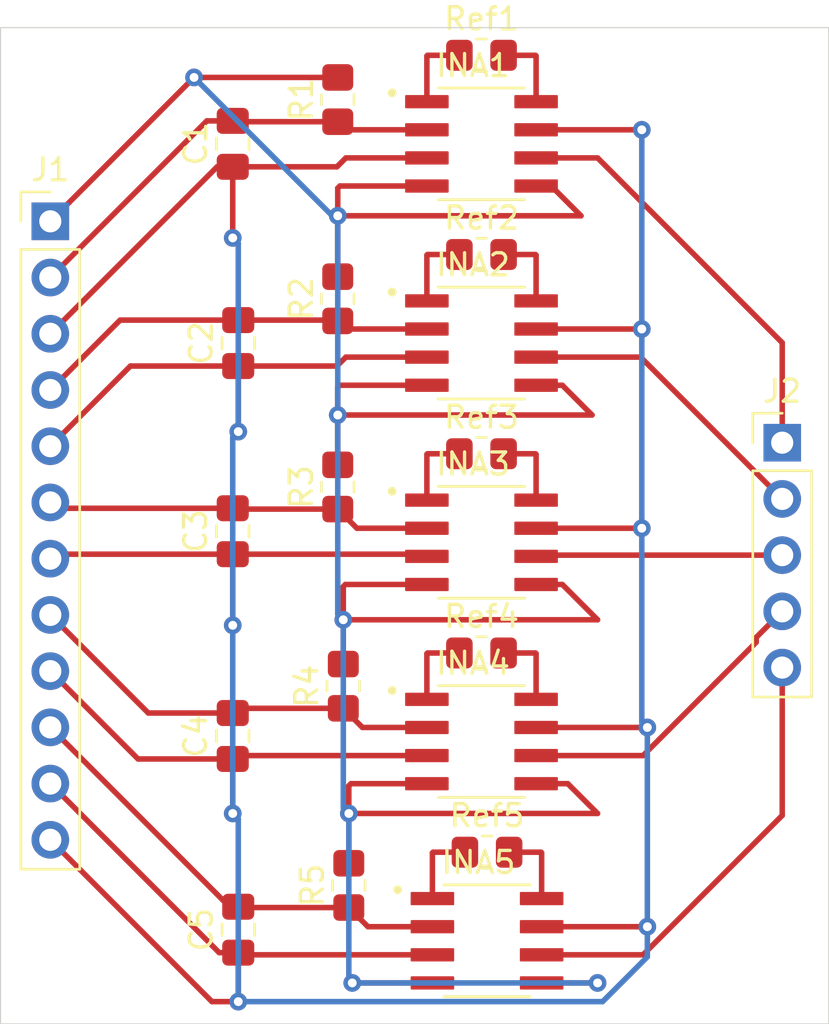
<source format=kicad_pcb>
(kicad_pcb (version 20171130) (host pcbnew "(5.1.10)-1")

  (general
    (thickness 1.6)
    (drawings 5)
    (tracks 202)
    (zones 0)
    (modules 22)
    (nets 18)
  )

  (page A4)
  (layers
    (0 F.Cu signal)
    (31 B.Cu signal)
    (32 B.Adhes user hide)
    (33 F.Adhes user)
    (34 B.Paste user hide)
    (35 F.Paste user)
    (36 B.SilkS user hide)
    (37 F.SilkS user)
    (38 B.Mask user hide)
    (39 F.Mask user)
    (40 Dwgs.User user)
    (41 Cmts.User user)
    (42 Eco1.User user)
    (43 Eco2.User user)
    (44 Edge.Cuts user)
    (45 Margin user)
    (46 B.CrtYd user hide)
    (47 F.CrtYd user)
    (48 B.Fab user hide)
    (49 F.Fab user)
  )

  (setup
    (last_trace_width 0.25)
    (trace_clearance 0.2)
    (zone_clearance 0.508)
    (zone_45_only no)
    (trace_min 0.2)
    (via_size 0.8)
    (via_drill 0.4)
    (via_min_size 0.4)
    (via_min_drill 0.3)
    (uvia_size 0.3)
    (uvia_drill 0.1)
    (uvias_allowed no)
    (uvia_min_size 0.2)
    (uvia_min_drill 0.1)
    (edge_width 0.05)
    (segment_width 0.2)
    (pcb_text_width 0.3)
    (pcb_text_size 1.5 1.5)
    (mod_edge_width 0.12)
    (mod_text_size 1 1)
    (mod_text_width 0.15)
    (pad_size 1.524 1.524)
    (pad_drill 0.762)
    (pad_to_mask_clearance 0)
    (aux_axis_origin 0 0)
    (visible_elements 7FFDFFFF)
    (pcbplotparams
      (layerselection 0x010fc_ffffffff)
      (usegerberextensions false)
      (usegerberattributes true)
      (usegerberadvancedattributes true)
      (creategerberjobfile true)
      (excludeedgelayer true)
      (linewidth 0.100000)
      (plotframeref false)
      (viasonmask false)
      (mode 1)
      (useauxorigin false)
      (hpglpennumber 1)
      (hpglpenspeed 20)
      (hpglpendiameter 15.000000)
      (psnegative false)
      (psa4output false)
      (plotreference true)
      (plotvalue true)
      (plotinvisibletext false)
      (padsonsilk false)
      (subtractmaskfromsilk false)
      (outputformat 1)
      (mirror false)
      (drillshape 0)
      (scaleselection 1)
      (outputdirectory "./"))
  )

  (net 0 "")
  (net 1 1)
  (net 2 2)
  (net 3 4)
  (net 4 6)
  (net 5 8)
  (net 6 10)
  (net 7 "Net-(INA1-Pad1)")
  (net 8 O1)
  (net 9 GND)
  (net 10 "Net-(INA2-Pad1)")
  (net 11 O2)
  (net 12 "Net-(INA3-Pad1)")
  (net 13 O3)
  (net 14 "Net-(INA4-Pad1)")
  (net 15 O4)
  (net 16 "Net-(INA5-Pad1)")
  (net 17 O5)

  (net_class Default "This is the default net class."
    (clearance 0.2)
    (trace_width 0.25)
    (via_dia 0.8)
    (via_drill 0.4)
    (uvia_dia 0.3)
    (uvia_drill 0.1)
    (add_net 1)
    (add_net 10)
    (add_net 2)
    (add_net 4)
    (add_net 6)
    (add_net 8)
    (add_net GND)
    (add_net "Net-(INA1-Pad1)")
    (add_net "Net-(INA2-Pad1)")
    (add_net "Net-(INA3-Pad1)")
    (add_net "Net-(INA4-Pad1)")
    (add_net "Net-(INA5-Pad1)")
    (add_net O1)
    (add_net O2)
    (add_net O3)
    (add_net O4)
    (add_net O5)
  )

  (module "KICAD Third Party:SOIC127P599X175-8N" (layer F.Cu) (tedit 62069BE8) (tstamp 62074180)
    (at 126.5 101.75)
    (path /620A5A99)
    (fp_text reference INA5 (at -0.385 -3.537) (layer F.SilkS)
      (effects (font (size 1 1) (thickness 0.15)))
    )
    (fp_text value INA122U (at 7.87 3.537) (layer F.Fab)
      (effects (font (size 1 1) (thickness 0.15)))
    )
    (fp_line (start 3.705 -2.7025) (end 3.705 2.7025) (layer F.CrtYd) (width 0.05))
    (fp_line (start -3.705 -2.7025) (end -3.705 2.7025) (layer F.CrtYd) (width 0.05))
    (fp_line (start -3.705 2.7025) (end 3.705 2.7025) (layer F.CrtYd) (width 0.05))
    (fp_line (start -3.705 -2.7025) (end 3.705 -2.7025) (layer F.CrtYd) (width 0.05))
    (fp_line (start 1.95 -2.4525) (end 1.95 2.4525) (layer F.Fab) (width 0.127))
    (fp_line (start -1.95 -2.4525) (end -1.95 2.4525) (layer F.Fab) (width 0.127))
    (fp_line (start -1.95 2.525) (end 1.95 2.525) (layer F.SilkS) (width 0.127))
    (fp_line (start -1.95 -2.525) (end 1.95 -2.525) (layer F.SilkS) (width 0.127))
    (fp_line (start -1.95 2.4525) (end 1.95 2.4525) (layer F.Fab) (width 0.127))
    (fp_line (start -1.95 -2.4525) (end 1.95 -2.4525) (layer F.Fab) (width 0.127))
    (fp_circle (center -4.04 -2.305) (end -3.94 -2.305) (layer F.Fab) (width 0.2))
    (fp_circle (center -4.04 -2.305) (end -3.94 -2.305) (layer F.SilkS) (width 0.2))
    (pad 8 smd roundrect (at 2.47 -1.905) (size 1.97 0.6) (layers F.Cu F.Paste F.Mask) (roundrect_rratio 0.07000000000000001)
      (net 16 "Net-(INA5-Pad1)"))
    (pad 7 smd roundrect (at 2.47 -0.635) (size 1.97 0.6) (layers F.Cu F.Paste F.Mask) (roundrect_rratio 0.07000000000000001)
      (net 1 1))
    (pad 6 smd roundrect (at 2.47 0.635) (size 1.97 0.6) (layers F.Cu F.Paste F.Mask) (roundrect_rratio 0.07000000000000001)
      (net 17 O5))
    (pad 5 smd roundrect (at 2.47 1.905) (size 1.97 0.6) (layers F.Cu F.Paste F.Mask) (roundrect_rratio 0.07000000000000001)
      (net 9 GND))
    (pad 4 smd roundrect (at -2.47 1.905) (size 1.97 0.6) (layers F.Cu F.Paste F.Mask) (roundrect_rratio 0.07000000000000001)
      (net 9 GND))
    (pad 3 smd roundrect (at -2.47 0.635) (size 1.97 0.6) (layers F.Cu F.Paste F.Mask) (roundrect_rratio 0.07000000000000001)
      (net 1 1))
    (pad 2 smd roundrect (at -2.47 -0.635) (size 1.97 0.6) (layers F.Cu F.Paste F.Mask) (roundrect_rratio 0.07000000000000001)
      (net 6 10))
    (pad 1 smd roundrect (at -2.47 -1.905) (size 1.97 0.6) (layers F.Cu F.Paste F.Mask) (roundrect_rratio 0.07000000000000001)
      (net 16 "Net-(INA5-Pad1)"))
  )

  (module Resistor_SMD:R_0805_2012Metric_Pad1.20x1.40mm_HandSolder (layer F.Cu) (tedit 5F68FEEE) (tstamp 62074263)
    (at 126.5 97.75)
    (descr "Resistor SMD 0805 (2012 Metric), square (rectangular) end terminal, IPC_7351 nominal with elongated pad for handsoldering. (Body size source: IPC-SM-782 page 72, https://www.pcb-3d.com/wordpress/wp-content/uploads/ipc-sm-782a_amendment_1_and_2.pdf), generated with kicad-footprint-generator")
    (tags "resistor handsolder")
    (path /620A5AA8)
    (attr smd)
    (fp_text reference Ref5 (at 0 -1.65) (layer F.SilkS)
      (effects (font (size 1 1) (thickness 0.15)))
    )
    (fp_text value "200 Ohm" (at 0 1.65) (layer F.Fab)
      (effects (font (size 1 1) (thickness 0.15)))
    )
    (fp_text user %R (at 0 0) (layer F.Fab)
      (effects (font (size 0.5 0.5) (thickness 0.08)))
    )
    (fp_line (start -1 0.625) (end -1 -0.625) (layer F.Fab) (width 0.1))
    (fp_line (start -1 -0.625) (end 1 -0.625) (layer F.Fab) (width 0.1))
    (fp_line (start 1 -0.625) (end 1 0.625) (layer F.Fab) (width 0.1))
    (fp_line (start 1 0.625) (end -1 0.625) (layer F.Fab) (width 0.1))
    (fp_line (start -0.227064 -0.735) (end 0.227064 -0.735) (layer F.SilkS) (width 0.12))
    (fp_line (start -0.227064 0.735) (end 0.227064 0.735) (layer F.SilkS) (width 0.12))
    (fp_line (start -1.85 0.95) (end -1.85 -0.95) (layer F.CrtYd) (width 0.05))
    (fp_line (start -1.85 -0.95) (end 1.85 -0.95) (layer F.CrtYd) (width 0.05))
    (fp_line (start 1.85 -0.95) (end 1.85 0.95) (layer F.CrtYd) (width 0.05))
    (fp_line (start 1.85 0.95) (end -1.85 0.95) (layer F.CrtYd) (width 0.05))
    (pad 2 smd roundrect (at 1 0) (size 1.2 1.4) (layers F.Cu F.Paste F.Mask) (roundrect_rratio 0.2083325)
      (net 16 "Net-(INA5-Pad1)"))
    (pad 1 smd roundrect (at -1 0) (size 1.2 1.4) (layers F.Cu F.Paste F.Mask) (roundrect_rratio 0.2083325)
      (net 16 "Net-(INA5-Pad1)"))
    (model ${KISYS3DMOD}/Resistor_SMD.3dshapes/R_0805_2012Metric.wrl
      (at (xyz 0 0 0))
      (scale (xyz 1 1 1))
      (rotate (xyz 0 0 0))
    )
  )

  (module Resistor_SMD:R_0805_2012Metric_Pad1.20x1.40mm_HandSolder (layer F.Cu) (tedit 5F68FEEE) (tstamp 62074252)
    (at 126.25 88.75)
    (descr "Resistor SMD 0805 (2012 Metric), square (rectangular) end terminal, IPC_7351 nominal with elongated pad for handsoldering. (Body size source: IPC-SM-782 page 72, https://www.pcb-3d.com/wordpress/wp-content/uploads/ipc-sm-782a_amendment_1_and_2.pdf), generated with kicad-footprint-generator")
    (tags "resistor handsolder")
    (path /6209002D)
    (attr smd)
    (fp_text reference Ref4 (at 0 -1.65) (layer F.SilkS)
      (effects (font (size 1 1) (thickness 0.15)))
    )
    (fp_text value "200 Ohm" (at 0 1.65) (layer F.Fab)
      (effects (font (size 1 1) (thickness 0.15)))
    )
    (fp_text user %R (at 0 0) (layer F.Fab)
      (effects (font (size 0.5 0.5) (thickness 0.08)))
    )
    (fp_line (start -1 0.625) (end -1 -0.625) (layer F.Fab) (width 0.1))
    (fp_line (start -1 -0.625) (end 1 -0.625) (layer F.Fab) (width 0.1))
    (fp_line (start 1 -0.625) (end 1 0.625) (layer F.Fab) (width 0.1))
    (fp_line (start 1 0.625) (end -1 0.625) (layer F.Fab) (width 0.1))
    (fp_line (start -0.227064 -0.735) (end 0.227064 -0.735) (layer F.SilkS) (width 0.12))
    (fp_line (start -0.227064 0.735) (end 0.227064 0.735) (layer F.SilkS) (width 0.12))
    (fp_line (start -1.85 0.95) (end -1.85 -0.95) (layer F.CrtYd) (width 0.05))
    (fp_line (start -1.85 -0.95) (end 1.85 -0.95) (layer F.CrtYd) (width 0.05))
    (fp_line (start 1.85 -0.95) (end 1.85 0.95) (layer F.CrtYd) (width 0.05))
    (fp_line (start 1.85 0.95) (end -1.85 0.95) (layer F.CrtYd) (width 0.05))
    (pad 2 smd roundrect (at 1 0) (size 1.2 1.4) (layers F.Cu F.Paste F.Mask) (roundrect_rratio 0.2083325)
      (net 14 "Net-(INA4-Pad1)"))
    (pad 1 smd roundrect (at -1 0) (size 1.2 1.4) (layers F.Cu F.Paste F.Mask) (roundrect_rratio 0.2083325)
      (net 14 "Net-(INA4-Pad1)"))
    (model ${KISYS3DMOD}/Resistor_SMD.3dshapes/R_0805_2012Metric.wrl
      (at (xyz 0 0 0))
      (scale (xyz 1 1 1))
      (rotate (xyz 0 0 0))
    )
  )

  (module Resistor_SMD:R_0805_2012Metric_Pad1.20x1.40mm_HandSolder (layer F.Cu) (tedit 5F68FEEE) (tstamp 62074241)
    (at 126.25 79.75)
    (descr "Resistor SMD 0805 (2012 Metric), square (rectangular) end terminal, IPC_7351 nominal with elongated pad for handsoldering. (Body size source: IPC-SM-782 page 72, https://www.pcb-3d.com/wordpress/wp-content/uploads/ipc-sm-782a_amendment_1_and_2.pdf), generated with kicad-footprint-generator")
    (tags "resistor handsolder")
    (path /62089E02)
    (attr smd)
    (fp_text reference Ref3 (at 0 -1.65) (layer F.SilkS)
      (effects (font (size 1 1) (thickness 0.15)))
    )
    (fp_text value "200 Ohm" (at 0 1.65) (layer F.Fab)
      (effects (font (size 1 1) (thickness 0.15)))
    )
    (fp_text user %R (at 0 0) (layer F.Fab)
      (effects (font (size 0.5 0.5) (thickness 0.08)))
    )
    (fp_line (start -1 0.625) (end -1 -0.625) (layer F.Fab) (width 0.1))
    (fp_line (start -1 -0.625) (end 1 -0.625) (layer F.Fab) (width 0.1))
    (fp_line (start 1 -0.625) (end 1 0.625) (layer F.Fab) (width 0.1))
    (fp_line (start 1 0.625) (end -1 0.625) (layer F.Fab) (width 0.1))
    (fp_line (start -0.227064 -0.735) (end 0.227064 -0.735) (layer F.SilkS) (width 0.12))
    (fp_line (start -0.227064 0.735) (end 0.227064 0.735) (layer F.SilkS) (width 0.12))
    (fp_line (start -1.85 0.95) (end -1.85 -0.95) (layer F.CrtYd) (width 0.05))
    (fp_line (start -1.85 -0.95) (end 1.85 -0.95) (layer F.CrtYd) (width 0.05))
    (fp_line (start 1.85 -0.95) (end 1.85 0.95) (layer F.CrtYd) (width 0.05))
    (fp_line (start 1.85 0.95) (end -1.85 0.95) (layer F.CrtYd) (width 0.05))
    (pad 2 smd roundrect (at 1 0) (size 1.2 1.4) (layers F.Cu F.Paste F.Mask) (roundrect_rratio 0.2083325)
      (net 12 "Net-(INA3-Pad1)"))
    (pad 1 smd roundrect (at -1 0) (size 1.2 1.4) (layers F.Cu F.Paste F.Mask) (roundrect_rratio 0.2083325)
      (net 12 "Net-(INA3-Pad1)"))
    (model ${KISYS3DMOD}/Resistor_SMD.3dshapes/R_0805_2012Metric.wrl
      (at (xyz 0 0 0))
      (scale (xyz 1 1 1))
      (rotate (xyz 0 0 0))
    )
  )

  (module Resistor_SMD:R_0805_2012Metric_Pad1.20x1.40mm_HandSolder (layer F.Cu) (tedit 5F68FEEE) (tstamp 62074230)
    (at 126.25 70.75)
    (descr "Resistor SMD 0805 (2012 Metric), square (rectangular) end terminal, IPC_7351 nominal with elongated pad for handsoldering. (Body size source: IPC-SM-782 page 72, https://www.pcb-3d.com/wordpress/wp-content/uploads/ipc-sm-782a_amendment_1_and_2.pdf), generated with kicad-footprint-generator")
    (tags "resistor handsolder")
    (path /62086F99)
    (attr smd)
    (fp_text reference Ref2 (at 0 -1.65) (layer F.SilkS)
      (effects (font (size 1 1) (thickness 0.15)))
    )
    (fp_text value "200 Ohm" (at 0 1.65) (layer F.Fab)
      (effects (font (size 1 1) (thickness 0.15)))
    )
    (fp_text user %R (at 0 0) (layer F.Fab)
      (effects (font (size 0.5 0.5) (thickness 0.08)))
    )
    (fp_line (start -1 0.625) (end -1 -0.625) (layer F.Fab) (width 0.1))
    (fp_line (start -1 -0.625) (end 1 -0.625) (layer F.Fab) (width 0.1))
    (fp_line (start 1 -0.625) (end 1 0.625) (layer F.Fab) (width 0.1))
    (fp_line (start 1 0.625) (end -1 0.625) (layer F.Fab) (width 0.1))
    (fp_line (start -0.227064 -0.735) (end 0.227064 -0.735) (layer F.SilkS) (width 0.12))
    (fp_line (start -0.227064 0.735) (end 0.227064 0.735) (layer F.SilkS) (width 0.12))
    (fp_line (start -1.85 0.95) (end -1.85 -0.95) (layer F.CrtYd) (width 0.05))
    (fp_line (start -1.85 -0.95) (end 1.85 -0.95) (layer F.CrtYd) (width 0.05))
    (fp_line (start 1.85 -0.95) (end 1.85 0.95) (layer F.CrtYd) (width 0.05))
    (fp_line (start 1.85 0.95) (end -1.85 0.95) (layer F.CrtYd) (width 0.05))
    (pad 2 smd roundrect (at 1 0) (size 1.2 1.4) (layers F.Cu F.Paste F.Mask) (roundrect_rratio 0.2083325)
      (net 10 "Net-(INA2-Pad1)"))
    (pad 1 smd roundrect (at -1 0) (size 1.2 1.4) (layers F.Cu F.Paste F.Mask) (roundrect_rratio 0.2083325)
      (net 10 "Net-(INA2-Pad1)"))
    (model ${KISYS3DMOD}/Resistor_SMD.3dshapes/R_0805_2012Metric.wrl
      (at (xyz 0 0 0))
      (scale (xyz 1 1 1))
      (rotate (xyz 0 0 0))
    )
  )

  (module Resistor_SMD:R_0805_2012Metric_Pad1.20x1.40mm_HandSolder (layer F.Cu) (tedit 5F68FEEE) (tstamp 6207421F)
    (at 126.25 61.75)
    (descr "Resistor SMD 0805 (2012 Metric), square (rectangular) end terminal, IPC_7351 nominal with elongated pad for handsoldering. (Body size source: IPC-SM-782 page 72, https://www.pcb-3d.com/wordpress/wp-content/uploads/ipc-sm-782a_amendment_1_and_2.pdf), generated with kicad-footprint-generator")
    (tags "resistor handsolder")
    (path /62081531)
    (attr smd)
    (fp_text reference Ref1 (at 0 -1.65) (layer F.SilkS)
      (effects (font (size 1 1) (thickness 0.15)))
    )
    (fp_text value "200 Ohm" (at 0 1.65) (layer F.Fab)
      (effects (font (size 1 1) (thickness 0.15)))
    )
    (fp_text user %R (at 0 0) (layer F.Fab)
      (effects (font (size 0.5 0.5) (thickness 0.08)))
    )
    (fp_line (start -1 0.625) (end -1 -0.625) (layer F.Fab) (width 0.1))
    (fp_line (start -1 -0.625) (end 1 -0.625) (layer F.Fab) (width 0.1))
    (fp_line (start 1 -0.625) (end 1 0.625) (layer F.Fab) (width 0.1))
    (fp_line (start 1 0.625) (end -1 0.625) (layer F.Fab) (width 0.1))
    (fp_line (start -0.227064 -0.735) (end 0.227064 -0.735) (layer F.SilkS) (width 0.12))
    (fp_line (start -0.227064 0.735) (end 0.227064 0.735) (layer F.SilkS) (width 0.12))
    (fp_line (start -1.85 0.95) (end -1.85 -0.95) (layer F.CrtYd) (width 0.05))
    (fp_line (start -1.85 -0.95) (end 1.85 -0.95) (layer F.CrtYd) (width 0.05))
    (fp_line (start 1.85 -0.95) (end 1.85 0.95) (layer F.CrtYd) (width 0.05))
    (fp_line (start 1.85 0.95) (end -1.85 0.95) (layer F.CrtYd) (width 0.05))
    (pad 2 smd roundrect (at 1 0) (size 1.2 1.4) (layers F.Cu F.Paste F.Mask) (roundrect_rratio 0.2083325)
      (net 7 "Net-(INA1-Pad1)"))
    (pad 1 smd roundrect (at -1 0) (size 1.2 1.4) (layers F.Cu F.Paste F.Mask) (roundrect_rratio 0.2083325)
      (net 7 "Net-(INA1-Pad1)"))
    (model ${KISYS3DMOD}/Resistor_SMD.3dshapes/R_0805_2012Metric.wrl
      (at (xyz 0 0 0))
      (scale (xyz 1 1 1))
      (rotate (xyz 0 0 0))
    )
  )

  (module Resistor_SMD:R_0805_2012Metric_Pad1.20x1.40mm_HandSolder (layer F.Cu) (tedit 5F68FEEE) (tstamp 6207420E)
    (at 120.25 99.25 90)
    (descr "Resistor SMD 0805 (2012 Metric), square (rectangular) end terminal, IPC_7351 nominal with elongated pad for handsoldering. (Body size source: IPC-SM-782 page 72, https://www.pcb-3d.com/wordpress/wp-content/uploads/ipc-sm-782a_amendment_1_and_2.pdf), generated with kicad-footprint-generator")
    (tags "resistor handsolder")
    (path /620A5A90)
    (attr smd)
    (fp_text reference R5 (at 0 -1.65 90) (layer F.SilkS)
      (effects (font (size 1 1) (thickness 0.15)))
    )
    (fp_text value "1k Ohm" (at 0 1.65 90) (layer F.Fab)
      (effects (font (size 1 1) (thickness 0.15)))
    )
    (fp_text user %R (at 0 0 90) (layer F.Fab)
      (effects (font (size 0.5 0.5) (thickness 0.08)))
    )
    (fp_line (start -1 0.625) (end -1 -0.625) (layer F.Fab) (width 0.1))
    (fp_line (start -1 -0.625) (end 1 -0.625) (layer F.Fab) (width 0.1))
    (fp_line (start 1 -0.625) (end 1 0.625) (layer F.Fab) (width 0.1))
    (fp_line (start 1 0.625) (end -1 0.625) (layer F.Fab) (width 0.1))
    (fp_line (start -0.227064 -0.735) (end 0.227064 -0.735) (layer F.SilkS) (width 0.12))
    (fp_line (start -0.227064 0.735) (end 0.227064 0.735) (layer F.SilkS) (width 0.12))
    (fp_line (start -1.85 0.95) (end -1.85 -0.95) (layer F.CrtYd) (width 0.05))
    (fp_line (start -1.85 -0.95) (end 1.85 -0.95) (layer F.CrtYd) (width 0.05))
    (fp_line (start 1.85 -0.95) (end 1.85 0.95) (layer F.CrtYd) (width 0.05))
    (fp_line (start 1.85 0.95) (end -1.85 0.95) (layer F.CrtYd) (width 0.05))
    (pad 2 smd roundrect (at 1 0 90) (size 1.2 1.4) (layers F.Cu F.Paste F.Mask) (roundrect_rratio 0.2083325)
      (net 9 GND))
    (pad 1 smd roundrect (at -1 0 90) (size 1.2 1.4) (layers F.Cu F.Paste F.Mask) (roundrect_rratio 0.2083325)
      (net 6 10))
    (model ${KISYS3DMOD}/Resistor_SMD.3dshapes/R_0805_2012Metric.wrl
      (at (xyz 0 0 0))
      (scale (xyz 1 1 1))
      (rotate (xyz 0 0 0))
    )
  )

  (module Resistor_SMD:R_0805_2012Metric_Pad1.20x1.40mm_HandSolder (layer F.Cu) (tedit 5F68FEEE) (tstamp 620741FD)
    (at 120 90.25 90)
    (descr "Resistor SMD 0805 (2012 Metric), square (rectangular) end terminal, IPC_7351 nominal with elongated pad for handsoldering. (Body size source: IPC-SM-782 page 72, https://www.pcb-3d.com/wordpress/wp-content/uploads/ipc-sm-782a_amendment_1_and_2.pdf), generated with kicad-footprint-generator")
    (tags "resistor handsolder")
    (path /62090015)
    (attr smd)
    (fp_text reference R4 (at 0 -1.65 90) (layer F.SilkS)
      (effects (font (size 1 1) (thickness 0.15)))
    )
    (fp_text value "1k Ohm" (at 0 1.65 90) (layer F.Fab)
      (effects (font (size 1 1) (thickness 0.15)))
    )
    (fp_text user %R (at 0 0 90) (layer F.Fab)
      (effects (font (size 0.5 0.5) (thickness 0.08)))
    )
    (fp_line (start -1 0.625) (end -1 -0.625) (layer F.Fab) (width 0.1))
    (fp_line (start -1 -0.625) (end 1 -0.625) (layer F.Fab) (width 0.1))
    (fp_line (start 1 -0.625) (end 1 0.625) (layer F.Fab) (width 0.1))
    (fp_line (start 1 0.625) (end -1 0.625) (layer F.Fab) (width 0.1))
    (fp_line (start -0.227064 -0.735) (end 0.227064 -0.735) (layer F.SilkS) (width 0.12))
    (fp_line (start -0.227064 0.735) (end 0.227064 0.735) (layer F.SilkS) (width 0.12))
    (fp_line (start -1.85 0.95) (end -1.85 -0.95) (layer F.CrtYd) (width 0.05))
    (fp_line (start -1.85 -0.95) (end 1.85 -0.95) (layer F.CrtYd) (width 0.05))
    (fp_line (start 1.85 -0.95) (end 1.85 0.95) (layer F.CrtYd) (width 0.05))
    (fp_line (start 1.85 0.95) (end -1.85 0.95) (layer F.CrtYd) (width 0.05))
    (pad 2 smd roundrect (at 1 0 90) (size 1.2 1.4) (layers F.Cu F.Paste F.Mask) (roundrect_rratio 0.2083325)
      (net 9 GND))
    (pad 1 smd roundrect (at -1 0 90) (size 1.2 1.4) (layers F.Cu F.Paste F.Mask) (roundrect_rratio 0.2083325)
      (net 5 8))
    (model ${KISYS3DMOD}/Resistor_SMD.3dshapes/R_0805_2012Metric.wrl
      (at (xyz 0 0 0))
      (scale (xyz 1 1 1))
      (rotate (xyz 0 0 0))
    )
  )

  (module Resistor_SMD:R_0805_2012Metric_Pad1.20x1.40mm_HandSolder (layer F.Cu) (tedit 5F68FEEE) (tstamp 620741EC)
    (at 119.75 81.25 90)
    (descr "Resistor SMD 0805 (2012 Metric), square (rectangular) end terminal, IPC_7351 nominal with elongated pad for handsoldering. (Body size source: IPC-SM-782 page 72, https://www.pcb-3d.com/wordpress/wp-content/uploads/ipc-sm-782a_amendment_1_and_2.pdf), generated with kicad-footprint-generator")
    (tags "resistor handsolder")
    (path /62089DEA)
    (attr smd)
    (fp_text reference R3 (at 0 -1.65 90) (layer F.SilkS)
      (effects (font (size 1 1) (thickness 0.15)))
    )
    (fp_text value "1k Ohm" (at 0 1.65 90) (layer F.Fab)
      (effects (font (size 1 1) (thickness 0.15)))
    )
    (fp_text user %R (at 0 0 90) (layer F.Fab)
      (effects (font (size 0.5 0.5) (thickness 0.08)))
    )
    (fp_line (start -1 0.625) (end -1 -0.625) (layer F.Fab) (width 0.1))
    (fp_line (start -1 -0.625) (end 1 -0.625) (layer F.Fab) (width 0.1))
    (fp_line (start 1 -0.625) (end 1 0.625) (layer F.Fab) (width 0.1))
    (fp_line (start 1 0.625) (end -1 0.625) (layer F.Fab) (width 0.1))
    (fp_line (start -0.227064 -0.735) (end 0.227064 -0.735) (layer F.SilkS) (width 0.12))
    (fp_line (start -0.227064 0.735) (end 0.227064 0.735) (layer F.SilkS) (width 0.12))
    (fp_line (start -1.85 0.95) (end -1.85 -0.95) (layer F.CrtYd) (width 0.05))
    (fp_line (start -1.85 -0.95) (end 1.85 -0.95) (layer F.CrtYd) (width 0.05))
    (fp_line (start 1.85 -0.95) (end 1.85 0.95) (layer F.CrtYd) (width 0.05))
    (fp_line (start 1.85 0.95) (end -1.85 0.95) (layer F.CrtYd) (width 0.05))
    (pad 2 smd roundrect (at 1 0 90) (size 1.2 1.4) (layers F.Cu F.Paste F.Mask) (roundrect_rratio 0.2083325)
      (net 9 GND))
    (pad 1 smd roundrect (at -1 0 90) (size 1.2 1.4) (layers F.Cu F.Paste F.Mask) (roundrect_rratio 0.2083325)
      (net 4 6))
    (model ${KISYS3DMOD}/Resistor_SMD.3dshapes/R_0805_2012Metric.wrl
      (at (xyz 0 0 0))
      (scale (xyz 1 1 1))
      (rotate (xyz 0 0 0))
    )
  )

  (module Resistor_SMD:R_0805_2012Metric_Pad1.20x1.40mm_HandSolder (layer F.Cu) (tedit 5F68FEEE) (tstamp 620741DB)
    (at 119.75 72.75 90)
    (descr "Resistor SMD 0805 (2012 Metric), square (rectangular) end terminal, IPC_7351 nominal with elongated pad for handsoldering. (Body size source: IPC-SM-782 page 72, https://www.pcb-3d.com/wordpress/wp-content/uploads/ipc-sm-782a_amendment_1_and_2.pdf), generated with kicad-footprint-generator")
    (tags "resistor handsolder")
    (path /62086F81)
    (attr smd)
    (fp_text reference R2 (at 0 -1.65 90) (layer F.SilkS)
      (effects (font (size 1 1) (thickness 0.15)))
    )
    (fp_text value "1k Ohm" (at 0 1.65 90) (layer F.Fab)
      (effects (font (size 1 1) (thickness 0.15)))
    )
    (fp_text user %R (at 0 0 90) (layer F.Fab)
      (effects (font (size 0.5 0.5) (thickness 0.08)))
    )
    (fp_line (start -1 0.625) (end -1 -0.625) (layer F.Fab) (width 0.1))
    (fp_line (start -1 -0.625) (end 1 -0.625) (layer F.Fab) (width 0.1))
    (fp_line (start 1 -0.625) (end 1 0.625) (layer F.Fab) (width 0.1))
    (fp_line (start 1 0.625) (end -1 0.625) (layer F.Fab) (width 0.1))
    (fp_line (start -0.227064 -0.735) (end 0.227064 -0.735) (layer F.SilkS) (width 0.12))
    (fp_line (start -0.227064 0.735) (end 0.227064 0.735) (layer F.SilkS) (width 0.12))
    (fp_line (start -1.85 0.95) (end -1.85 -0.95) (layer F.CrtYd) (width 0.05))
    (fp_line (start -1.85 -0.95) (end 1.85 -0.95) (layer F.CrtYd) (width 0.05))
    (fp_line (start 1.85 -0.95) (end 1.85 0.95) (layer F.CrtYd) (width 0.05))
    (fp_line (start 1.85 0.95) (end -1.85 0.95) (layer F.CrtYd) (width 0.05))
    (pad 2 smd roundrect (at 1 0 90) (size 1.2 1.4) (layers F.Cu F.Paste F.Mask) (roundrect_rratio 0.2083325)
      (net 9 GND))
    (pad 1 smd roundrect (at -1 0 90) (size 1.2 1.4) (layers F.Cu F.Paste F.Mask) (roundrect_rratio 0.2083325)
      (net 3 4))
    (model ${KISYS3DMOD}/Resistor_SMD.3dshapes/R_0805_2012Metric.wrl
      (at (xyz 0 0 0))
      (scale (xyz 1 1 1))
      (rotate (xyz 0 0 0))
    )
  )

  (module Resistor_SMD:R_0805_2012Metric_Pad1.20x1.40mm_HandSolder (layer F.Cu) (tedit 5F68FEEE) (tstamp 620741CA)
    (at 119.75 63.75 90)
    (descr "Resistor SMD 0805 (2012 Metric), square (rectangular) end terminal, IPC_7351 nominal with elongated pad for handsoldering. (Body size source: IPC-SM-782 page 72, https://www.pcb-3d.com/wordpress/wp-content/uploads/ipc-sm-782a_amendment_1_and_2.pdf), generated with kicad-footprint-generator")
    (tags "resistor handsolder")
    (path /60DE14E0)
    (attr smd)
    (fp_text reference R1 (at 0 -1.65 90) (layer F.SilkS)
      (effects (font (size 1 1) (thickness 0.15)))
    )
    (fp_text value "1k Ohm" (at 0 1.65 90) (layer F.Fab)
      (effects (font (size 1 1) (thickness 0.15)))
    )
    (fp_text user %R (at 0 0 90) (layer F.Fab)
      (effects (font (size 0.5 0.5) (thickness 0.08)))
    )
    (fp_line (start -1 0.625) (end -1 -0.625) (layer F.Fab) (width 0.1))
    (fp_line (start -1 -0.625) (end 1 -0.625) (layer F.Fab) (width 0.1))
    (fp_line (start 1 -0.625) (end 1 0.625) (layer F.Fab) (width 0.1))
    (fp_line (start 1 0.625) (end -1 0.625) (layer F.Fab) (width 0.1))
    (fp_line (start -0.227064 -0.735) (end 0.227064 -0.735) (layer F.SilkS) (width 0.12))
    (fp_line (start -0.227064 0.735) (end 0.227064 0.735) (layer F.SilkS) (width 0.12))
    (fp_line (start -1.85 0.95) (end -1.85 -0.95) (layer F.CrtYd) (width 0.05))
    (fp_line (start -1.85 -0.95) (end 1.85 -0.95) (layer F.CrtYd) (width 0.05))
    (fp_line (start 1.85 -0.95) (end 1.85 0.95) (layer F.CrtYd) (width 0.05))
    (fp_line (start 1.85 0.95) (end -1.85 0.95) (layer F.CrtYd) (width 0.05))
    (pad 2 smd roundrect (at 1 0 90) (size 1.2 1.4) (layers F.Cu F.Paste F.Mask) (roundrect_rratio 0.2083325)
      (net 9 GND))
    (pad 1 smd roundrect (at -1 0 90) (size 1.2 1.4) (layers F.Cu F.Paste F.Mask) (roundrect_rratio 0.2083325)
      (net 2 2))
    (model ${KISYS3DMOD}/Resistor_SMD.3dshapes/R_0805_2012Metric.wrl
      (at (xyz 0 0 0))
      (scale (xyz 1 1 1))
      (rotate (xyz 0 0 0))
    )
  )

  (module Capacitor_SMD:C_0805_2012Metric_Pad1.18x1.45mm_HandSolder (layer F.Cu) (tedit 5F68FEEF) (tstamp 62074108)
    (at 115.25 101.25 90)
    (descr "Capacitor SMD 0805 (2012 Metric), square (rectangular) end terminal, IPC_7351 nominal with elongated pad for handsoldering. (Body size source: IPC-SM-782 page 76, https://www.pcb-3d.com/wordpress/wp-content/uploads/ipc-sm-782a_amendment_1_and_2.pdf, https://docs.google.com/spreadsheets/d/1BsfQQcO9C6DZCsRaXUlFlo91Tg2WpOkGARC1WS5S8t0/edit?usp=sharing), generated with kicad-footprint-generator")
    (tags "capacitor handsolder")
    (path /620A5A8A)
    (attr smd)
    (fp_text reference C5 (at 0 -1.68 90) (layer F.SilkS)
      (effects (font (size 1 1) (thickness 0.15)))
    )
    (fp_text value 4.7uF (at 0 1.68 90) (layer F.Fab)
      (effects (font (size 1 1) (thickness 0.15)))
    )
    (fp_text user %R (at 0 0 90) (layer F.Fab)
      (effects (font (size 0.5 0.5) (thickness 0.08)))
    )
    (fp_line (start -1 0.625) (end -1 -0.625) (layer F.Fab) (width 0.1))
    (fp_line (start -1 -0.625) (end 1 -0.625) (layer F.Fab) (width 0.1))
    (fp_line (start 1 -0.625) (end 1 0.625) (layer F.Fab) (width 0.1))
    (fp_line (start 1 0.625) (end -1 0.625) (layer F.Fab) (width 0.1))
    (fp_line (start -0.261252 -0.735) (end 0.261252 -0.735) (layer F.SilkS) (width 0.12))
    (fp_line (start -0.261252 0.735) (end 0.261252 0.735) (layer F.SilkS) (width 0.12))
    (fp_line (start -1.88 0.98) (end -1.88 -0.98) (layer F.CrtYd) (width 0.05))
    (fp_line (start -1.88 -0.98) (end 1.88 -0.98) (layer F.CrtYd) (width 0.05))
    (fp_line (start 1.88 -0.98) (end 1.88 0.98) (layer F.CrtYd) (width 0.05))
    (fp_line (start 1.88 0.98) (end -1.88 0.98) (layer F.CrtYd) (width 0.05))
    (pad 2 smd roundrect (at 1.0375 0 90) (size 1.175 1.45) (layers F.Cu F.Paste F.Mask) (roundrect_rratio 0.2127659574468085)
      (net 6 10))
    (pad 1 smd roundrect (at -1.0375 0 90) (size 1.175 1.45) (layers F.Cu F.Paste F.Mask) (roundrect_rratio 0.2127659574468085)
      (net 1 1))
    (model ${KISYS3DMOD}/Capacitor_SMD.3dshapes/C_0805_2012Metric.wrl
      (at (xyz 0 0 0))
      (scale (xyz 1 1 1))
      (rotate (xyz 0 0 0))
    )
  )

  (module Capacitor_SMD:C_0805_2012Metric_Pad1.18x1.45mm_HandSolder (layer F.Cu) (tedit 5F68FEEF) (tstamp 620740F7)
    (at 115 92.5 90)
    (descr "Capacitor SMD 0805 (2012 Metric), square (rectangular) end terminal, IPC_7351 nominal with elongated pad for handsoldering. (Body size source: IPC-SM-782 page 76, https://www.pcb-3d.com/wordpress/wp-content/uploads/ipc-sm-782a_amendment_1_and_2.pdf, https://docs.google.com/spreadsheets/d/1BsfQQcO9C6DZCsRaXUlFlo91Tg2WpOkGARC1WS5S8t0/edit?usp=sharing), generated with kicad-footprint-generator")
    (tags "capacitor handsolder")
    (path /6209000F)
    (attr smd)
    (fp_text reference C4 (at 0 -1.68 90) (layer F.SilkS)
      (effects (font (size 1 1) (thickness 0.15)))
    )
    (fp_text value 4.7uF (at 0 1.68 90) (layer F.Fab)
      (effects (font (size 1 1) (thickness 0.15)))
    )
    (fp_text user %R (at 0 0 90) (layer F.Fab)
      (effects (font (size 0.5 0.5) (thickness 0.08)))
    )
    (fp_line (start -1 0.625) (end -1 -0.625) (layer F.Fab) (width 0.1))
    (fp_line (start -1 -0.625) (end 1 -0.625) (layer F.Fab) (width 0.1))
    (fp_line (start 1 -0.625) (end 1 0.625) (layer F.Fab) (width 0.1))
    (fp_line (start 1 0.625) (end -1 0.625) (layer F.Fab) (width 0.1))
    (fp_line (start -0.261252 -0.735) (end 0.261252 -0.735) (layer F.SilkS) (width 0.12))
    (fp_line (start -0.261252 0.735) (end 0.261252 0.735) (layer F.SilkS) (width 0.12))
    (fp_line (start -1.88 0.98) (end -1.88 -0.98) (layer F.CrtYd) (width 0.05))
    (fp_line (start -1.88 -0.98) (end 1.88 -0.98) (layer F.CrtYd) (width 0.05))
    (fp_line (start 1.88 -0.98) (end 1.88 0.98) (layer F.CrtYd) (width 0.05))
    (fp_line (start 1.88 0.98) (end -1.88 0.98) (layer F.CrtYd) (width 0.05))
    (pad 2 smd roundrect (at 1.0375 0 90) (size 1.175 1.45) (layers F.Cu F.Paste F.Mask) (roundrect_rratio 0.2127659574468085)
      (net 5 8))
    (pad 1 smd roundrect (at -1.0375 0 90) (size 1.175 1.45) (layers F.Cu F.Paste F.Mask) (roundrect_rratio 0.2127659574468085)
      (net 1 1))
    (model ${KISYS3DMOD}/Capacitor_SMD.3dshapes/C_0805_2012Metric.wrl
      (at (xyz 0 0 0))
      (scale (xyz 1 1 1))
      (rotate (xyz 0 0 0))
    )
  )

  (module Capacitor_SMD:C_0805_2012Metric_Pad1.18x1.45mm_HandSolder (layer F.Cu) (tedit 5F68FEEF) (tstamp 620740E6)
    (at 115 83.25 90)
    (descr "Capacitor SMD 0805 (2012 Metric), square (rectangular) end terminal, IPC_7351 nominal with elongated pad for handsoldering. (Body size source: IPC-SM-782 page 76, https://www.pcb-3d.com/wordpress/wp-content/uploads/ipc-sm-782a_amendment_1_and_2.pdf, https://docs.google.com/spreadsheets/d/1BsfQQcO9C6DZCsRaXUlFlo91Tg2WpOkGARC1WS5S8t0/edit?usp=sharing), generated with kicad-footprint-generator")
    (tags "capacitor handsolder")
    (path /62089DE4)
    (attr smd)
    (fp_text reference C3 (at 0 -1.68 90) (layer F.SilkS)
      (effects (font (size 1 1) (thickness 0.15)))
    )
    (fp_text value 4.7uF (at 0 1.68 90) (layer F.Fab)
      (effects (font (size 1 1) (thickness 0.15)))
    )
    (fp_text user %R (at 0 0 90) (layer F.Fab)
      (effects (font (size 0.5 0.5) (thickness 0.08)))
    )
    (fp_line (start -1 0.625) (end -1 -0.625) (layer F.Fab) (width 0.1))
    (fp_line (start -1 -0.625) (end 1 -0.625) (layer F.Fab) (width 0.1))
    (fp_line (start 1 -0.625) (end 1 0.625) (layer F.Fab) (width 0.1))
    (fp_line (start 1 0.625) (end -1 0.625) (layer F.Fab) (width 0.1))
    (fp_line (start -0.261252 -0.735) (end 0.261252 -0.735) (layer F.SilkS) (width 0.12))
    (fp_line (start -0.261252 0.735) (end 0.261252 0.735) (layer F.SilkS) (width 0.12))
    (fp_line (start -1.88 0.98) (end -1.88 -0.98) (layer F.CrtYd) (width 0.05))
    (fp_line (start -1.88 -0.98) (end 1.88 -0.98) (layer F.CrtYd) (width 0.05))
    (fp_line (start 1.88 -0.98) (end 1.88 0.98) (layer F.CrtYd) (width 0.05))
    (fp_line (start 1.88 0.98) (end -1.88 0.98) (layer F.CrtYd) (width 0.05))
    (pad 2 smd roundrect (at 1.0375 0 90) (size 1.175 1.45) (layers F.Cu F.Paste F.Mask) (roundrect_rratio 0.2127659574468085)
      (net 4 6))
    (pad 1 smd roundrect (at -1.0375 0 90) (size 1.175 1.45) (layers F.Cu F.Paste F.Mask) (roundrect_rratio 0.2127659574468085)
      (net 1 1))
    (model ${KISYS3DMOD}/Capacitor_SMD.3dshapes/C_0805_2012Metric.wrl
      (at (xyz 0 0 0))
      (scale (xyz 1 1 1))
      (rotate (xyz 0 0 0))
    )
  )

  (module Capacitor_SMD:C_0805_2012Metric_Pad1.18x1.45mm_HandSolder (layer F.Cu) (tedit 5F68FEEF) (tstamp 620740D5)
    (at 115.25 74.75 90)
    (descr "Capacitor SMD 0805 (2012 Metric), square (rectangular) end terminal, IPC_7351 nominal with elongated pad for handsoldering. (Body size source: IPC-SM-782 page 76, https://www.pcb-3d.com/wordpress/wp-content/uploads/ipc-sm-782a_amendment_1_and_2.pdf, https://docs.google.com/spreadsheets/d/1BsfQQcO9C6DZCsRaXUlFlo91Tg2WpOkGARC1WS5S8t0/edit?usp=sharing), generated with kicad-footprint-generator")
    (tags "capacitor handsolder")
    (path /62086F7B)
    (attr smd)
    (fp_text reference C2 (at 0 -1.68 90) (layer F.SilkS)
      (effects (font (size 1 1) (thickness 0.15)))
    )
    (fp_text value 4.7uF (at 0 1.68 90) (layer F.Fab)
      (effects (font (size 1 1) (thickness 0.15)))
    )
    (fp_text user %R (at 0 0 90) (layer F.Fab)
      (effects (font (size 0.5 0.5) (thickness 0.08)))
    )
    (fp_line (start -1 0.625) (end -1 -0.625) (layer F.Fab) (width 0.1))
    (fp_line (start -1 -0.625) (end 1 -0.625) (layer F.Fab) (width 0.1))
    (fp_line (start 1 -0.625) (end 1 0.625) (layer F.Fab) (width 0.1))
    (fp_line (start 1 0.625) (end -1 0.625) (layer F.Fab) (width 0.1))
    (fp_line (start -0.261252 -0.735) (end 0.261252 -0.735) (layer F.SilkS) (width 0.12))
    (fp_line (start -0.261252 0.735) (end 0.261252 0.735) (layer F.SilkS) (width 0.12))
    (fp_line (start -1.88 0.98) (end -1.88 -0.98) (layer F.CrtYd) (width 0.05))
    (fp_line (start -1.88 -0.98) (end 1.88 -0.98) (layer F.CrtYd) (width 0.05))
    (fp_line (start 1.88 -0.98) (end 1.88 0.98) (layer F.CrtYd) (width 0.05))
    (fp_line (start 1.88 0.98) (end -1.88 0.98) (layer F.CrtYd) (width 0.05))
    (pad 2 smd roundrect (at 1.0375 0 90) (size 1.175 1.45) (layers F.Cu F.Paste F.Mask) (roundrect_rratio 0.2127659574468085)
      (net 3 4))
    (pad 1 smd roundrect (at -1.0375 0 90) (size 1.175 1.45) (layers F.Cu F.Paste F.Mask) (roundrect_rratio 0.2127659574468085)
      (net 1 1))
    (model ${KISYS3DMOD}/Capacitor_SMD.3dshapes/C_0805_2012Metric.wrl
      (at (xyz 0 0 0))
      (scale (xyz 1 1 1))
      (rotate (xyz 0 0 0))
    )
  )

  (module Capacitor_SMD:C_0805_2012Metric_Pad1.18x1.45mm_HandSolder (layer F.Cu) (tedit 5F68FEEF) (tstamp 620827B1)
    (at 115 65.75 90)
    (descr "Capacitor SMD 0805 (2012 Metric), square (rectangular) end terminal, IPC_7351 nominal with elongated pad for handsoldering. (Body size source: IPC-SM-782 page 76, https://www.pcb-3d.com/wordpress/wp-content/uploads/ipc-sm-782a_amendment_1_and_2.pdf, https://docs.google.com/spreadsheets/d/1BsfQQcO9C6DZCsRaXUlFlo91Tg2WpOkGARC1WS5S8t0/edit?usp=sharing), generated with kicad-footprint-generator")
    (tags "capacitor handsolder")
    (path /60DDFA8E)
    (attr smd)
    (fp_text reference C1 (at 0 -1.68 90) (layer F.SilkS)
      (effects (font (size 1 1) (thickness 0.15)))
    )
    (fp_text value 4.7uF (at 0 1.68 90) (layer F.Fab)
      (effects (font (size 1 1) (thickness 0.15)))
    )
    (fp_text user %R (at 0 0 90) (layer F.Fab)
      (effects (font (size 0.5 0.5) (thickness 0.08)))
    )
    (fp_line (start -1 0.625) (end -1 -0.625) (layer F.Fab) (width 0.1))
    (fp_line (start -1 -0.625) (end 1 -0.625) (layer F.Fab) (width 0.1))
    (fp_line (start 1 -0.625) (end 1 0.625) (layer F.Fab) (width 0.1))
    (fp_line (start 1 0.625) (end -1 0.625) (layer F.Fab) (width 0.1))
    (fp_line (start -0.261252 -0.735) (end 0.261252 -0.735) (layer F.SilkS) (width 0.12))
    (fp_line (start -0.261252 0.735) (end 0.261252 0.735) (layer F.SilkS) (width 0.12))
    (fp_line (start -1.88 0.98) (end -1.88 -0.98) (layer F.CrtYd) (width 0.05))
    (fp_line (start -1.88 -0.98) (end 1.88 -0.98) (layer F.CrtYd) (width 0.05))
    (fp_line (start 1.88 -0.98) (end 1.88 0.98) (layer F.CrtYd) (width 0.05))
    (fp_line (start 1.88 0.98) (end -1.88 0.98) (layer F.CrtYd) (width 0.05))
    (pad 2 smd roundrect (at 1.0375 0 90) (size 1.175 1.45) (layers F.Cu F.Paste F.Mask) (roundrect_rratio 0.2127659574468085)
      (net 2 2))
    (pad 1 smd roundrect (at -1.0375 0 90) (size 1.175 1.45) (layers F.Cu F.Paste F.Mask) (roundrect_rratio 0.2127659574468085)
      (net 1 1))
    (model ${KISYS3DMOD}/Capacitor_SMD.3dshapes/C_0805_2012Metric.wrl
      (at (xyz 0 0 0))
      (scale (xyz 1 1 1))
      (rotate (xyz 0 0 0))
    )
  )

  (module Connector_PinHeader_2.54mm:PinHeader_1x05_P2.54mm_Vertical (layer F.Cu) (tedit 59FED5CC) (tstamp 620741B9)
    (at 139.85 79.25)
    (descr "Through hole straight pin header, 1x05, 2.54mm pitch, single row")
    (tags "Through hole pin header THT 1x05 2.54mm single row")
    (path /620763AA)
    (fp_text reference J2 (at 0 -2.33) (layer F.SilkS)
      (effects (font (size 1 1) (thickness 0.15)))
    )
    (fp_text value Conn_01x05 (at 0 12.49) (layer F.Fab)
      (effects (font (size 1 1) (thickness 0.15)))
    )
    (fp_line (start 1.8 -1.8) (end -1.8 -1.8) (layer F.CrtYd) (width 0.05))
    (fp_line (start 1.8 11.95) (end 1.8 -1.8) (layer F.CrtYd) (width 0.05))
    (fp_line (start -1.8 11.95) (end 1.8 11.95) (layer F.CrtYd) (width 0.05))
    (fp_line (start -1.8 -1.8) (end -1.8 11.95) (layer F.CrtYd) (width 0.05))
    (fp_line (start -1.33 -1.33) (end 0 -1.33) (layer F.SilkS) (width 0.12))
    (fp_line (start -1.33 0) (end -1.33 -1.33) (layer F.SilkS) (width 0.12))
    (fp_line (start -1.33 1.27) (end 1.33 1.27) (layer F.SilkS) (width 0.12))
    (fp_line (start 1.33 1.27) (end 1.33 11.49) (layer F.SilkS) (width 0.12))
    (fp_line (start -1.33 1.27) (end -1.33 11.49) (layer F.SilkS) (width 0.12))
    (fp_line (start -1.33 11.49) (end 1.33 11.49) (layer F.SilkS) (width 0.12))
    (fp_line (start -1.27 -0.635) (end -0.635 -1.27) (layer F.Fab) (width 0.1))
    (fp_line (start -1.27 11.43) (end -1.27 -0.635) (layer F.Fab) (width 0.1))
    (fp_line (start 1.27 11.43) (end -1.27 11.43) (layer F.Fab) (width 0.1))
    (fp_line (start 1.27 -1.27) (end 1.27 11.43) (layer F.Fab) (width 0.1))
    (fp_line (start -0.635 -1.27) (end 1.27 -1.27) (layer F.Fab) (width 0.1))
    (fp_text user %R (at 0 5.08 90) (layer F.Fab)
      (effects (font (size 1 1) (thickness 0.15)))
    )
    (pad 5 thru_hole oval (at 0 10.16) (size 1.7 1.7) (drill 1) (layers *.Cu *.Mask)
      (net 17 O5))
    (pad 4 thru_hole oval (at 0 7.62) (size 1.7 1.7) (drill 1) (layers *.Cu *.Mask)
      (net 15 O4))
    (pad 3 thru_hole oval (at 0 5.08) (size 1.7 1.7) (drill 1) (layers *.Cu *.Mask)
      (net 13 O3))
    (pad 2 thru_hole oval (at 0 2.54) (size 1.7 1.7) (drill 1) (layers *.Cu *.Mask)
      (net 11 O2))
    (pad 1 thru_hole rect (at 0 0) (size 1.7 1.7) (drill 1) (layers *.Cu *.Mask)
      (net 8 O1))
    (model ${KISYS3DMOD}/Connector_PinHeader_2.54mm.3dshapes/PinHeader_1x05_P2.54mm_Vertical.wrl
      (at (xyz 0 0 0))
      (scale (xyz 1 1 1))
      (rotate (xyz 0 0 0))
    )
  )

  (module Connector_PinHeader_2.54mm:PinHeader_1x12_P2.54mm_Vertical (layer F.Cu) (tedit 59FED5CC) (tstamp 620741A0)
    (at 106.75 69.25)
    (descr "Through hole straight pin header, 1x12, 2.54mm pitch, single row")
    (tags "Through hole pin header THT 1x12 2.54mm single row")
    (path /6207018B)
    (fp_text reference J1 (at 0 -2.33) (layer F.SilkS)
      (effects (font (size 1 1) (thickness 0.15)))
    )
    (fp_text value Conn_01x12 (at 0 30.27) (layer F.Fab)
      (effects (font (size 1 1) (thickness 0.15)))
    )
    (fp_text user %R (at 0 13.97 90) (layer F.Fab)
      (effects (font (size 1 1) (thickness 0.15)))
    )
    (fp_line (start -0.635 -1.27) (end 1.27 -1.27) (layer F.Fab) (width 0.1))
    (fp_line (start 1.27 -1.27) (end 1.27 29.21) (layer F.Fab) (width 0.1))
    (fp_line (start 1.27 29.21) (end -1.27 29.21) (layer F.Fab) (width 0.1))
    (fp_line (start -1.27 29.21) (end -1.27 -0.635) (layer F.Fab) (width 0.1))
    (fp_line (start -1.27 -0.635) (end -0.635 -1.27) (layer F.Fab) (width 0.1))
    (fp_line (start -1.33 29.27) (end 1.33 29.27) (layer F.SilkS) (width 0.12))
    (fp_line (start -1.33 1.27) (end -1.33 29.27) (layer F.SilkS) (width 0.12))
    (fp_line (start 1.33 1.27) (end 1.33 29.27) (layer F.SilkS) (width 0.12))
    (fp_line (start -1.33 1.27) (end 1.33 1.27) (layer F.SilkS) (width 0.12))
    (fp_line (start -1.33 0) (end -1.33 -1.33) (layer F.SilkS) (width 0.12))
    (fp_line (start -1.33 -1.33) (end 0 -1.33) (layer F.SilkS) (width 0.12))
    (fp_line (start -1.8 -1.8) (end -1.8 29.75) (layer F.CrtYd) (width 0.05))
    (fp_line (start -1.8 29.75) (end 1.8 29.75) (layer F.CrtYd) (width 0.05))
    (fp_line (start 1.8 29.75) (end 1.8 -1.8) (layer F.CrtYd) (width 0.05))
    (fp_line (start 1.8 -1.8) (end -1.8 -1.8) (layer F.CrtYd) (width 0.05))
    (pad 1 thru_hole rect (at 0 0) (size 1.7 1.7) (drill 1) (layers *.Cu *.Mask)
      (net 9 GND))
    (pad 2 thru_hole oval (at 0 2.54) (size 1.7 1.7) (drill 1) (layers *.Cu *.Mask)
      (net 2 2))
    (pad 3 thru_hole oval (at 0 5.08) (size 1.7 1.7) (drill 1) (layers *.Cu *.Mask)
      (net 1 1))
    (pad 4 thru_hole oval (at 0 7.62) (size 1.7 1.7) (drill 1) (layers *.Cu *.Mask)
      (net 3 4))
    (pad 5 thru_hole oval (at 0 10.16) (size 1.7 1.7) (drill 1) (layers *.Cu *.Mask)
      (net 1 1))
    (pad 6 thru_hole oval (at 0 12.7) (size 1.7 1.7) (drill 1) (layers *.Cu *.Mask)
      (net 4 6))
    (pad 7 thru_hole oval (at 0 15.24) (size 1.7 1.7) (drill 1) (layers *.Cu *.Mask)
      (net 1 1))
    (pad 8 thru_hole oval (at 0 17.78) (size 1.7 1.7) (drill 1) (layers *.Cu *.Mask)
      (net 5 8))
    (pad 9 thru_hole oval (at 0 20.32) (size 1.7 1.7) (drill 1) (layers *.Cu *.Mask)
      (net 1 1))
    (pad 10 thru_hole oval (at 0 22.86) (size 1.7 1.7) (drill 1) (layers *.Cu *.Mask)
      (net 6 10))
    (pad 11 thru_hole oval (at 0 25.4) (size 1.7 1.7) (drill 1) (layers *.Cu *.Mask)
      (net 1 1))
    (pad 12 thru_hole oval (at 0 27.94) (size 1.7 1.7) (drill 1) (layers *.Cu *.Mask)
      (net 1 1))
    (model ${KISYS3DMOD}/Connector_PinHeader_2.54mm.3dshapes/PinHeader_1x12_P2.54mm_Vertical.wrl
      (at (xyz 0 0 0))
      (scale (xyz 1 1 1))
      (rotate (xyz 0 0 0))
    )
  )

  (module "KICAD Third Party:SOIC127P599X175-8N" (layer F.Cu) (tedit 62069BE8) (tstamp 62074168)
    (at 126.25 92.75)
    (path /6209001E)
    (fp_text reference INA4 (at -0.385 -3.537) (layer F.SilkS)
      (effects (font (size 1 1) (thickness 0.15)))
    )
    (fp_text value INA122U (at 7.87 3.537) (layer F.Fab)
      (effects (font (size 1 1) (thickness 0.15)))
    )
    (fp_line (start 3.705 -2.7025) (end 3.705 2.7025) (layer F.CrtYd) (width 0.05))
    (fp_line (start -3.705 -2.7025) (end -3.705 2.7025) (layer F.CrtYd) (width 0.05))
    (fp_line (start -3.705 2.7025) (end 3.705 2.7025) (layer F.CrtYd) (width 0.05))
    (fp_line (start -3.705 -2.7025) (end 3.705 -2.7025) (layer F.CrtYd) (width 0.05))
    (fp_line (start 1.95 -2.4525) (end 1.95 2.4525) (layer F.Fab) (width 0.127))
    (fp_line (start -1.95 -2.4525) (end -1.95 2.4525) (layer F.Fab) (width 0.127))
    (fp_line (start -1.95 2.525) (end 1.95 2.525) (layer F.SilkS) (width 0.127))
    (fp_line (start -1.95 -2.525) (end 1.95 -2.525) (layer F.SilkS) (width 0.127))
    (fp_line (start -1.95 2.4525) (end 1.95 2.4525) (layer F.Fab) (width 0.127))
    (fp_line (start -1.95 -2.4525) (end 1.95 -2.4525) (layer F.Fab) (width 0.127))
    (fp_circle (center -4.04 -2.305) (end -3.94 -2.305) (layer F.Fab) (width 0.2))
    (fp_circle (center -4.04 -2.305) (end -3.94 -2.305) (layer F.SilkS) (width 0.2))
    (pad 8 smd roundrect (at 2.47 -1.905) (size 1.97 0.6) (layers F.Cu F.Paste F.Mask) (roundrect_rratio 0.07000000000000001)
      (net 14 "Net-(INA4-Pad1)"))
    (pad 7 smd roundrect (at 2.47 -0.635) (size 1.97 0.6) (layers F.Cu F.Paste F.Mask) (roundrect_rratio 0.07000000000000001)
      (net 1 1))
    (pad 6 smd roundrect (at 2.47 0.635) (size 1.97 0.6) (layers F.Cu F.Paste F.Mask) (roundrect_rratio 0.07000000000000001)
      (net 15 O4))
    (pad 5 smd roundrect (at 2.47 1.905) (size 1.97 0.6) (layers F.Cu F.Paste F.Mask) (roundrect_rratio 0.07000000000000001)
      (net 9 GND))
    (pad 4 smd roundrect (at -2.47 1.905) (size 1.97 0.6) (layers F.Cu F.Paste F.Mask) (roundrect_rratio 0.07000000000000001)
      (net 9 GND))
    (pad 3 smd roundrect (at -2.47 0.635) (size 1.97 0.6) (layers F.Cu F.Paste F.Mask) (roundrect_rratio 0.07000000000000001)
      (net 1 1))
    (pad 2 smd roundrect (at -2.47 -0.635) (size 1.97 0.6) (layers F.Cu F.Paste F.Mask) (roundrect_rratio 0.07000000000000001)
      (net 5 8))
    (pad 1 smd roundrect (at -2.47 -1.905) (size 1.97 0.6) (layers F.Cu F.Paste F.Mask) (roundrect_rratio 0.07000000000000001)
      (net 14 "Net-(INA4-Pad1)"))
  )

  (module "KICAD Third Party:SOIC127P599X175-8N" (layer F.Cu) (tedit 62069BE8) (tstamp 62074150)
    (at 126.25 83.75)
    (path /62089DF3)
    (fp_text reference INA3 (at -0.385 -3.537) (layer F.SilkS)
      (effects (font (size 1 1) (thickness 0.15)))
    )
    (fp_text value INA122U (at 7.87 3.537) (layer F.Fab)
      (effects (font (size 1 1) (thickness 0.15)))
    )
    (fp_line (start 3.705 -2.7025) (end 3.705 2.7025) (layer F.CrtYd) (width 0.05))
    (fp_line (start -3.705 -2.7025) (end -3.705 2.7025) (layer F.CrtYd) (width 0.05))
    (fp_line (start -3.705 2.7025) (end 3.705 2.7025) (layer F.CrtYd) (width 0.05))
    (fp_line (start -3.705 -2.7025) (end 3.705 -2.7025) (layer F.CrtYd) (width 0.05))
    (fp_line (start 1.95 -2.4525) (end 1.95 2.4525) (layer F.Fab) (width 0.127))
    (fp_line (start -1.95 -2.4525) (end -1.95 2.4525) (layer F.Fab) (width 0.127))
    (fp_line (start -1.95 2.525) (end 1.95 2.525) (layer F.SilkS) (width 0.127))
    (fp_line (start -1.95 -2.525) (end 1.95 -2.525) (layer F.SilkS) (width 0.127))
    (fp_line (start -1.95 2.4525) (end 1.95 2.4525) (layer F.Fab) (width 0.127))
    (fp_line (start -1.95 -2.4525) (end 1.95 -2.4525) (layer F.Fab) (width 0.127))
    (fp_circle (center -4.04 -2.305) (end -3.94 -2.305) (layer F.Fab) (width 0.2))
    (fp_circle (center -4.04 -2.305) (end -3.94 -2.305) (layer F.SilkS) (width 0.2))
    (pad 8 smd roundrect (at 2.47 -1.905) (size 1.97 0.6) (layers F.Cu F.Paste F.Mask) (roundrect_rratio 0.07000000000000001)
      (net 12 "Net-(INA3-Pad1)"))
    (pad 7 smd roundrect (at 2.47 -0.635) (size 1.97 0.6) (layers F.Cu F.Paste F.Mask) (roundrect_rratio 0.07000000000000001)
      (net 1 1))
    (pad 6 smd roundrect (at 2.47 0.635) (size 1.97 0.6) (layers F.Cu F.Paste F.Mask) (roundrect_rratio 0.07000000000000001)
      (net 13 O3))
    (pad 5 smd roundrect (at 2.47 1.905) (size 1.97 0.6) (layers F.Cu F.Paste F.Mask) (roundrect_rratio 0.07000000000000001)
      (net 9 GND))
    (pad 4 smd roundrect (at -2.47 1.905) (size 1.97 0.6) (layers F.Cu F.Paste F.Mask) (roundrect_rratio 0.07000000000000001)
      (net 9 GND))
    (pad 3 smd roundrect (at -2.47 0.635) (size 1.97 0.6) (layers F.Cu F.Paste F.Mask) (roundrect_rratio 0.07000000000000001)
      (net 1 1))
    (pad 2 smd roundrect (at -2.47 -0.635) (size 1.97 0.6) (layers F.Cu F.Paste F.Mask) (roundrect_rratio 0.07000000000000001)
      (net 4 6))
    (pad 1 smd roundrect (at -2.47 -1.905) (size 1.97 0.6) (layers F.Cu F.Paste F.Mask) (roundrect_rratio 0.07000000000000001)
      (net 12 "Net-(INA3-Pad1)"))
  )

  (module "KICAD Third Party:SOIC127P599X175-8N" (layer F.Cu) (tedit 62069BE8) (tstamp 62074138)
    (at 126.25 74.75)
    (path /62086F8A)
    (fp_text reference INA2 (at -0.385 -3.537) (layer F.SilkS)
      (effects (font (size 1 1) (thickness 0.15)))
    )
    (fp_text value INA122U (at 7.87 3.537) (layer F.Fab)
      (effects (font (size 1 1) (thickness 0.15)))
    )
    (fp_line (start 3.705 -2.7025) (end 3.705 2.7025) (layer F.CrtYd) (width 0.05))
    (fp_line (start -3.705 -2.7025) (end -3.705 2.7025) (layer F.CrtYd) (width 0.05))
    (fp_line (start -3.705 2.7025) (end 3.705 2.7025) (layer F.CrtYd) (width 0.05))
    (fp_line (start -3.705 -2.7025) (end 3.705 -2.7025) (layer F.CrtYd) (width 0.05))
    (fp_line (start 1.95 -2.4525) (end 1.95 2.4525) (layer F.Fab) (width 0.127))
    (fp_line (start -1.95 -2.4525) (end -1.95 2.4525) (layer F.Fab) (width 0.127))
    (fp_line (start -1.95 2.525) (end 1.95 2.525) (layer F.SilkS) (width 0.127))
    (fp_line (start -1.95 -2.525) (end 1.95 -2.525) (layer F.SilkS) (width 0.127))
    (fp_line (start -1.95 2.4525) (end 1.95 2.4525) (layer F.Fab) (width 0.127))
    (fp_line (start -1.95 -2.4525) (end 1.95 -2.4525) (layer F.Fab) (width 0.127))
    (fp_circle (center -4.04 -2.305) (end -3.94 -2.305) (layer F.Fab) (width 0.2))
    (fp_circle (center -4.04 -2.305) (end -3.94 -2.305) (layer F.SilkS) (width 0.2))
    (pad 8 smd roundrect (at 2.47 -1.905) (size 1.97 0.6) (layers F.Cu F.Paste F.Mask) (roundrect_rratio 0.07000000000000001)
      (net 10 "Net-(INA2-Pad1)"))
    (pad 7 smd roundrect (at 2.47 -0.635) (size 1.97 0.6) (layers F.Cu F.Paste F.Mask) (roundrect_rratio 0.07000000000000001)
      (net 1 1))
    (pad 6 smd roundrect (at 2.47 0.635) (size 1.97 0.6) (layers F.Cu F.Paste F.Mask) (roundrect_rratio 0.07000000000000001)
      (net 11 O2))
    (pad 5 smd roundrect (at 2.47 1.905) (size 1.97 0.6) (layers F.Cu F.Paste F.Mask) (roundrect_rratio 0.07000000000000001)
      (net 9 GND))
    (pad 4 smd roundrect (at -2.47 1.905) (size 1.97 0.6) (layers F.Cu F.Paste F.Mask) (roundrect_rratio 0.07000000000000001)
      (net 9 GND))
    (pad 3 smd roundrect (at -2.47 0.635) (size 1.97 0.6) (layers F.Cu F.Paste F.Mask) (roundrect_rratio 0.07000000000000001)
      (net 1 1))
    (pad 2 smd roundrect (at -2.47 -0.635) (size 1.97 0.6) (layers F.Cu F.Paste F.Mask) (roundrect_rratio 0.07000000000000001)
      (net 3 4))
    (pad 1 smd roundrect (at -2.47 -1.905) (size 1.97 0.6) (layers F.Cu F.Paste F.Mask) (roundrect_rratio 0.07000000000000001)
      (net 10 "Net-(INA2-Pad1)"))
  )

  (module "KICAD Third Party:SOIC127P599X175-8N" (layer F.Cu) (tedit 62069BE8) (tstamp 62074120)
    (at 126.25 65.75)
    (path /620745AC)
    (fp_text reference INA1 (at -0.385 -3.537) (layer F.SilkS)
      (effects (font (size 1 1) (thickness 0.15)))
    )
    (fp_text value INA122U (at 7.87 3.537) (layer F.Fab)
      (effects (font (size 1 1) (thickness 0.15)))
    )
    (fp_line (start 3.705 -2.7025) (end 3.705 2.7025) (layer F.CrtYd) (width 0.05))
    (fp_line (start -3.705 -2.7025) (end -3.705 2.7025) (layer F.CrtYd) (width 0.05))
    (fp_line (start -3.705 2.7025) (end 3.705 2.7025) (layer F.CrtYd) (width 0.05))
    (fp_line (start -3.705 -2.7025) (end 3.705 -2.7025) (layer F.CrtYd) (width 0.05))
    (fp_line (start 1.95 -2.4525) (end 1.95 2.4525) (layer F.Fab) (width 0.127))
    (fp_line (start -1.95 -2.4525) (end -1.95 2.4525) (layer F.Fab) (width 0.127))
    (fp_line (start -1.95 2.525) (end 1.95 2.525) (layer F.SilkS) (width 0.127))
    (fp_line (start -1.95 -2.525) (end 1.95 -2.525) (layer F.SilkS) (width 0.127))
    (fp_line (start -1.95 2.4525) (end 1.95 2.4525) (layer F.Fab) (width 0.127))
    (fp_line (start -1.95 -2.4525) (end 1.95 -2.4525) (layer F.Fab) (width 0.127))
    (fp_circle (center -4.04 -2.305) (end -3.94 -2.305) (layer F.Fab) (width 0.2))
    (fp_circle (center -4.04 -2.305) (end -3.94 -2.305) (layer F.SilkS) (width 0.2))
    (pad 8 smd roundrect (at 2.47 -1.905) (size 1.97 0.6) (layers F.Cu F.Paste F.Mask) (roundrect_rratio 0.07000000000000001)
      (net 7 "Net-(INA1-Pad1)"))
    (pad 7 smd roundrect (at 2.47 -0.635) (size 1.97 0.6) (layers F.Cu F.Paste F.Mask) (roundrect_rratio 0.07000000000000001)
      (net 1 1))
    (pad 6 smd roundrect (at 2.47 0.635) (size 1.97 0.6) (layers F.Cu F.Paste F.Mask) (roundrect_rratio 0.07000000000000001)
      (net 8 O1))
    (pad 5 smd roundrect (at 2.47 1.905) (size 1.97 0.6) (layers F.Cu F.Paste F.Mask) (roundrect_rratio 0.07000000000000001)
      (net 9 GND))
    (pad 4 smd roundrect (at -2.47 1.905) (size 1.97 0.6) (layers F.Cu F.Paste F.Mask) (roundrect_rratio 0.07000000000000001)
      (net 9 GND))
    (pad 3 smd roundrect (at -2.47 0.635) (size 1.97 0.6) (layers F.Cu F.Paste F.Mask) (roundrect_rratio 0.07000000000000001)
      (net 1 1))
    (pad 2 smd roundrect (at -2.47 -0.635) (size 1.97 0.6) (layers F.Cu F.Paste F.Mask) (roundrect_rratio 0.07000000000000001)
      (net 2 2))
    (pad 1 smd roundrect (at -2.47 -1.905) (size 1.97 0.6) (layers F.Cu F.Paste F.Mask) (roundrect_rratio 0.07000000000000001)
      (net 7 "Net-(INA1-Pad1)"))
  )

  (gr_line (start 104.5 105.5) (end 141.95 105.5) (layer Edge.Cuts) (width 0.05))
  (gr_line (start 141.95 60.5) (end 141.95 105.5) (layer Edge.Cuts) (width 0.05))
  (gr_line (start 104.5 105) (end 104.5 105.5) (layer Edge.Cuts) (width 0.05) (tstamp 6208AF34))
  (gr_line (start 104.5 105) (end 104.5 60.5) (layer Edge.Cuts) (width 0.05))
  (gr_line (start 104.5 60.5) (end 141.95 60.5) (layer Edge.Cuts) (width 0.05))

  (segment (start 123.78 66.385) (end 120.115 66.385) (width 0.25) (layer F.Cu) (net 1))
  (segment (start 119.7125 66.7875) (end 115 66.7875) (width 0.25) (layer F.Cu) (net 1))
  (segment (start 120.115 66.385) (end 119.7125 66.7875) (width 0.25) (layer F.Cu) (net 1))
  (segment (start 114.2925 66.7875) (end 106.75 74.33) (width 0.25) (layer F.Cu) (net 1))
  (segment (start 115 66.7875) (end 114.2925 66.7875) (width 0.25) (layer F.Cu) (net 1))
  (segment (start 115 66.7875) (end 115 70) (width 0.25) (layer F.Cu) (net 1))
  (segment (start 120.115 65.115) (end 119.75 64.75) (width 0.25) (layer F.Cu) (net 2))
  (segment (start 123.78 65.115) (end 120.115 65.115) (width 0.25) (layer F.Cu) (net 2))
  (segment (start 115.0375 64.75) (end 115 64.7125) (width 0.25) (layer F.Cu) (net 2))
  (segment (start 119.75 64.75) (end 115.0375 64.75) (width 0.25) (layer F.Cu) (net 2))
  (segment (start 113.8275 64.7125) (end 106.75 71.79) (width 0.25) (layer F.Cu) (net 2))
  (segment (start 115 64.7125) (end 113.8275 64.7125) (width 0.25) (layer F.Cu) (net 2))
  (segment (start 119.7125 73.7125) (end 119.75 73.75) (width 0.25) (layer F.Cu) (net 3))
  (segment (start 115.25 73.7125) (end 119.7125 73.7125) (width 0.25) (layer F.Cu) (net 3))
  (segment (start 120.115 74.115) (end 119.75 73.75) (width 0.25) (layer F.Cu) (net 3))
  (segment (start 123.78 74.115) (end 120.115 74.115) (width 0.25) (layer F.Cu) (net 3))
  (segment (start 109.9075 73.7125) (end 106.75 76.87) (width 0.25) (layer F.Cu) (net 3))
  (segment (start 115.25 73.7125) (end 109.9075 73.7125) (width 0.25) (layer F.Cu) (net 3))
  (segment (start 120.615 83.115) (end 119.75 82.25) (width 0.25) (layer F.Cu) (net 4))
  (segment (start 123.78 83.115) (end 120.615 83.115) (width 0.25) (layer F.Cu) (net 4))
  (segment (start 115.0375 82.25) (end 115 82.2125) (width 0.25) (layer F.Cu) (net 4))
  (segment (start 119.75 82.25) (end 115.0375 82.25) (width 0.25) (layer F.Cu) (net 4))
  (segment (start 107.0125 82.2125) (end 106.75 81.95) (width 0.25) (layer F.Cu) (net 4))
  (segment (start 115 82.2125) (end 107.0125 82.2125) (width 0.25) (layer F.Cu) (net 4))
  (segment (start 120.865 92.115) (end 120 91.25) (width 0.25) (layer F.Cu) (net 5))
  (segment (start 123.78 92.115) (end 120.865 92.115) (width 0.25) (layer F.Cu) (net 5))
  (segment (start 115.2125 91.25) (end 115 91.4625) (width 0.25) (layer F.Cu) (net 5))
  (segment (start 120 91.25) (end 115.2125 91.25) (width 0.25) (layer F.Cu) (net 5))
  (segment (start 111.1825 91.4625) (end 106.75 87.03) (width 0.25) (layer F.Cu) (net 5))
  (segment (start 115 91.4625) (end 111.1825 91.4625) (width 0.25) (layer F.Cu) (net 5))
  (segment (start 121.115 101.115) (end 120.25 100.25) (width 0.25) (layer F.Cu) (net 6))
  (segment (start 124.03 101.115) (end 121.115 101.115) (width 0.25) (layer F.Cu) (net 6))
  (segment (start 115.2875 100.25) (end 115.25 100.2125) (width 0.25) (layer F.Cu) (net 6))
  (segment (start 120.25 100.25) (end 115.2875 100.25) (width 0.25) (layer F.Cu) (net 6))
  (segment (start 114.8525 100.2125) (end 106.75 92.11) (width 0.25) (layer F.Cu) (net 6))
  (segment (start 115.25 100.2125) (end 114.8525 100.2125) (width 0.25) (layer F.Cu) (net 6))
  (segment (start 123.78 63.845) (end 123.78 61.78) (width 0.25) (layer F.Cu) (net 7))
  (segment (start 123.81 61.75) (end 125.25 61.75) (width 0.25) (layer F.Cu) (net 7))
  (segment (start 123.78 61.78) (end 123.81 61.75) (width 0.25) (layer F.Cu) (net 7))
  (segment (start 128.72 63.845) (end 128.72 61.78) (width 0.25) (layer F.Cu) (net 7))
  (segment (start 128.69 61.75) (end 127.25 61.75) (width 0.25) (layer F.Cu) (net 7))
  (segment (start 128.72 61.78) (end 128.69 61.75) (width 0.25) (layer F.Cu) (net 7))
  (segment (start 123.78 67.655) (end 119.845 67.655) (width 0.25) (layer F.Cu) (net 9))
  (segment (start 119.845 67.655) (end 119.75 67.75) (width 0.25) (layer F.Cu) (net 9))
  (segment (start 119.75 69) (end 130.75 69) (width 0.25) (layer F.Cu) (net 9))
  (segment (start 119.75 67.75) (end 119.75 69) (width 0.25) (layer F.Cu) (net 9))
  (segment (start 119.75 69) (end 119.75 71.75) (width 0.25) (layer F.Cu) (net 9))
  (segment (start 129.405 67.655) (end 128.72 67.655) (width 0.25) (layer F.Cu) (net 9))
  (segment (start 130.75 69) (end 129.405 67.655) (width 0.25) (layer F.Cu) (net 9))
  (segment (start 123.78 76.655) (end 119.845 76.655) (width 0.25) (layer F.Cu) (net 9))
  (segment (start 119.845 76.655) (end 119.75 76.75) (width 0.25) (layer F.Cu) (net 9))
  (segment (start 119.75 78) (end 131.25 78) (width 0.25) (layer F.Cu) (net 9))
  (segment (start 119.75 76.75) (end 119.75 78) (width 0.25) (layer F.Cu) (net 9))
  (segment (start 119.75 78) (end 119.75 80.25) (width 0.25) (layer F.Cu) (net 9))
  (segment (start 129.905 76.655) (end 131.25 78) (width 0.25) (layer F.Cu) (net 9))
  (segment (start 128.72 76.655) (end 129.905 76.655) (width 0.25) (layer F.Cu) (net 9))
  (segment (start 123.78 85.655) (end 120.095 85.655) (width 0.25) (layer F.Cu) (net 9))
  (segment (start 120.095 85.655) (end 120 85.75) (width 0.25) (layer F.Cu) (net 9))
  (segment (start 120 87.25) (end 131.5 87.25) (width 0.25) (layer F.Cu) (net 9))
  (segment (start 120 85.75) (end 120 87.25) (width 0.25) (layer F.Cu) (net 9))
  (segment (start 120 87.25) (end 120 89.25) (width 0.25) (layer F.Cu) (net 9))
  (segment (start 129.905 85.655) (end 131.5 87.25) (width 0.25) (layer F.Cu) (net 9))
  (segment (start 128.72 85.655) (end 129.905 85.655) (width 0.25) (layer F.Cu) (net 9))
  (segment (start 123.78 94.655) (end 120.345 94.655) (width 0.25) (layer F.Cu) (net 9))
  (segment (start 120.345 94.655) (end 120.25 94.75) (width 0.25) (layer F.Cu) (net 9))
  (segment (start 120.25 96) (end 131.5 96) (width 0.25) (layer F.Cu) (net 9))
  (segment (start 120.25 94.75) (end 120.25 96) (width 0.25) (layer F.Cu) (net 9))
  (segment (start 120.25 96) (end 120.25 98.25) (width 0.25) (layer F.Cu) (net 9))
  (segment (start 130.155 94.655) (end 131.5 96) (width 0.25) (layer F.Cu) (net 9))
  (segment (start 128.72 94.655) (end 130.155 94.655) (width 0.25) (layer F.Cu) (net 9))
  (segment (start 122.345 103.655) (end 124.03 103.655) (width 0.25) (layer F.Cu) (net 9))
  (segment (start 128.97 103.655) (end 130.25501 103.655) (width 0.25) (layer F.Cu) (net 9))
  (segment (start 113.25 62.75) (end 106.75 69.25) (width 0.25) (layer F.Cu) (net 9))
  (segment (start 119.75 62.75) (end 113.25 62.75) (width 0.25) (layer F.Cu) (net 9))
  (segment (start 113.25 62.75) (end 113.25 62.75) (width 0.25) (layer F.Cu) (net 9) (tstamp 6208B62C))
  (via (at 113.25 62.75) (size 0.8) (drill 0.4) (layers F.Cu B.Cu) (net 9))
  (segment (start 119.75 69) (end 119.75 69) (width 0.25) (layer F.Cu) (net 9) (tstamp 6208B831))
  (via (at 119.75 69) (size 0.8) (drill 0.4) (layers F.Cu B.Cu) (net 9))
  (segment (start 119.75 78) (end 119.75 78) (width 0.25) (layer F.Cu) (net 9) (tstamp 6208B833))
  (via (at 119.75 78) (size 0.8) (drill 0.4) (layers F.Cu B.Cu) (net 9))
  (segment (start 120 87.25) (end 120 87.25) (width 0.25) (layer F.Cu) (net 9) (tstamp 6208B835))
  (via (at 120 87.25) (size 0.8) (drill 0.4) (layers F.Cu B.Cu) (net 9))
  (segment (start 120.25 96) (end 120.25 96) (width 0.25) (layer F.Cu) (net 9) (tstamp 6208B837))
  (via (at 120.25 96) (size 0.8) (drill 0.4) (layers F.Cu B.Cu) (net 9))
  (segment (start 119.5 69) (end 119.75 69) (width 0.25) (layer B.Cu) (net 9))
  (segment (start 113.25 62.75) (end 119.5 69) (width 0.25) (layer B.Cu) (net 9))
  (segment (start 119.75 69) (end 119.75 78) (width 0.25) (layer B.Cu) (net 9))
  (segment (start 119.75 87) (end 120 87.25) (width 0.25) (layer B.Cu) (net 9))
  (segment (start 119.75 78) (end 119.75 87) (width 0.25) (layer B.Cu) (net 9))
  (segment (start 120 95.75) (end 120.25 96) (width 0.25) (layer B.Cu) (net 9))
  (segment (start 120 87.25) (end 120 95.75) (width 0.25) (layer B.Cu) (net 9))
  (segment (start 122.345 103.655) (end 120.405 103.655) (width 0.25) (layer F.Cu) (net 9))
  (segment (start 120.405 103.655) (end 120.405 103.655) (width 0.25) (layer F.Cu) (net 9) (tstamp 6208BAB1))
  (via (at 120.405 103.655) (size 0.8) (drill 0.4) (layers F.Cu B.Cu) (net 9))
  (segment (start 130.25501 103.655) (end 131.5 103.655) (width 0.25) (layer F.Cu) (net 9))
  (segment (start 131.5 103.655) (end 131.5 103.655) (width 0.25) (layer F.Cu) (net 9) (tstamp 6208BAF9))
  (via (at 131.5 103.655) (size 0.8) (drill 0.4) (layers F.Cu B.Cu) (net 9))
  (segment (start 120.25 103.5) (end 120.405 103.655) (width 0.25) (layer B.Cu) (net 9))
  (segment (start 120.25 96) (end 120.25 103.5) (width 0.25) (layer B.Cu) (net 9))
  (segment (start 120.405 103.655) (end 131.5 103.655) (width 0.25) (layer B.Cu) (net 9))
  (segment (start 123.78 72.845) (end 123.78 70.78) (width 0.25) (layer F.Cu) (net 10))
  (segment (start 123.81 70.75) (end 125.25 70.75) (width 0.25) (layer F.Cu) (net 10))
  (segment (start 123.78 70.78) (end 123.81 70.75) (width 0.25) (layer F.Cu) (net 10))
  (segment (start 128.72 72.845) (end 128.72 70.78) (width 0.25) (layer F.Cu) (net 10))
  (segment (start 128.69 70.75) (end 127.25 70.75) (width 0.25) (layer F.Cu) (net 10))
  (segment (start 128.72 70.78) (end 128.69 70.75) (width 0.25) (layer F.Cu) (net 10))
  (segment (start 123.78 81.845) (end 123.78 79.78) (width 0.25) (layer F.Cu) (net 12))
  (segment (start 123.81 79.75) (end 125.25 79.75) (width 0.25) (layer F.Cu) (net 12))
  (segment (start 123.78 79.78) (end 123.81 79.75) (width 0.25) (layer F.Cu) (net 12))
  (segment (start 128.72 81.845) (end 128.72 79.78) (width 0.25) (layer F.Cu) (net 12))
  (segment (start 128.69 79.75) (end 127.25 79.75) (width 0.25) (layer F.Cu) (net 12))
  (segment (start 128.72 79.78) (end 128.69 79.75) (width 0.25) (layer F.Cu) (net 12))
  (segment (start 123.78 90.845) (end 123.78 88.78) (width 0.25) (layer F.Cu) (net 14))
  (segment (start 123.81 88.75) (end 125.25 88.75) (width 0.25) (layer F.Cu) (net 14))
  (segment (start 123.78 88.78) (end 123.81 88.75) (width 0.25) (layer F.Cu) (net 14))
  (segment (start 128.72 90.845) (end 128.72 88.78) (width 0.25) (layer F.Cu) (net 14))
  (segment (start 128.69 88.75) (end 127.25 88.75) (width 0.25) (layer F.Cu) (net 14))
  (segment (start 128.72 88.78) (end 128.69 88.75) (width 0.25) (layer F.Cu) (net 14))
  (segment (start 124.03 99.845) (end 124.03 97.78) (width 0.25) (layer F.Cu) (net 16))
  (segment (start 124.06 97.75) (end 125.5 97.75) (width 0.25) (layer F.Cu) (net 16))
  (segment (start 124.03 97.78) (end 124.06 97.75) (width 0.25) (layer F.Cu) (net 16))
  (segment (start 128.97 99.845) (end 128.97 97.78) (width 0.25) (layer F.Cu) (net 16))
  (segment (start 128.94 97.75) (end 127.5 97.75) (width 0.25) (layer F.Cu) (net 16))
  (segment (start 128.97 97.78) (end 128.94 97.75) (width 0.25) (layer F.Cu) (net 16))
  (segment (start 123.78 75.385) (end 120.115 75.385) (width 0.25) (layer F.Cu) (net 1))
  (segment (start 119.7125 75.7875) (end 115.25 75.7875) (width 0.25) (layer F.Cu) (net 1))
  (segment (start 120.115 75.385) (end 119.7125 75.7875) (width 0.25) (layer F.Cu) (net 1))
  (segment (start 110.3725 75.7875) (end 106.75 79.41) (width 0.25) (layer F.Cu) (net 1))
  (segment (start 115.25 75.7875) (end 110.3725 75.7875) (width 0.25) (layer F.Cu) (net 1))
  (segment (start 115.25 75.7875) (end 115.25 78.75) (width 0.25) (layer F.Cu) (net 1))
  (segment (start 123.6825 84.2875) (end 123.78 84.385) (width 0.25) (layer F.Cu) (net 1))
  (segment (start 115 84.2875) (end 123.6825 84.2875) (width 0.25) (layer F.Cu) (net 1))
  (segment (start 106.9525 84.2875) (end 106.75 84.49) (width 0.25) (layer F.Cu) (net 1))
  (segment (start 115 84.2875) (end 106.9525 84.2875) (width 0.25) (layer F.Cu) (net 1))
  (segment (start 115 84.2875) (end 115 87.5) (width 0.25) (layer F.Cu) (net 1))
  (segment (start 115.1525 93.385) (end 115 93.5375) (width 0.25) (layer F.Cu) (net 1))
  (segment (start 123.78 93.385) (end 115.1525 93.385) (width 0.25) (layer F.Cu) (net 1))
  (segment (start 110.7175 93.5375) (end 106.75 89.57) (width 0.25) (layer F.Cu) (net 1))
  (segment (start 115 93.5375) (end 110.7175 93.5375) (width 0.25) (layer F.Cu) (net 1))
  (segment (start 115 93.5375) (end 115 96) (width 0.25) (layer F.Cu) (net 1))
  (segment (start 115.3475 102.385) (end 115.25 102.2875) (width 0.25) (layer F.Cu) (net 1))
  (segment (start 124.03 102.385) (end 115.3475 102.385) (width 0.25) (layer F.Cu) (net 1))
  (segment (start 114.3875 102.2875) (end 106.75 94.65) (width 0.25) (layer F.Cu) (net 1))
  (segment (start 115.25 102.2875) (end 114.3875 102.2875) (width 0.25) (layer F.Cu) (net 1))
  (segment (start 115.25 102.2875) (end 115.25 104.5) (width 0.25) (layer F.Cu) (net 1))
  (segment (start 128.72 65.115) (end 133.5 65.115) (width 0.25) (layer F.Cu) (net 1))
  (segment (start 133.5 65.115) (end 133.5 65.115) (width 0.25) (layer F.Cu) (net 1) (tstamp 6208BC15))
  (via (at 133.5 65.115) (size 0.8) (drill 0.4) (layers F.Cu B.Cu) (net 1))
  (segment (start 128.72 74.115) (end 133.5 74.115) (width 0.25) (layer F.Cu) (net 1))
  (segment (start 133.5 74.115) (end 133.5 74.115) (width 0.25) (layer F.Cu) (net 1) (tstamp 6208BC17))
  (via (at 133.5 74.115) (size 0.8) (drill 0.4) (layers F.Cu B.Cu) (net 1))
  (segment (start 128.72 83.115) (end 133.5 83.115) (width 0.25) (layer F.Cu) (net 1))
  (segment (start 133.5 83.115) (end 133.5 83.115) (width 0.25) (layer F.Cu) (net 1) (tstamp 6208BC19))
  (via (at 133.5 83.115) (size 0.8) (drill 0.4) (layers F.Cu B.Cu) (net 1))
  (segment (start 128.72 92.115) (end 133.75 92.115) (width 0.25) (layer F.Cu) (net 1))
  (segment (start 133.75 92.115) (end 133.75 92.115) (width 0.25) (layer F.Cu) (net 1) (tstamp 6208BC20))
  (via (at 133.75 92.115) (size 0.8) (drill 0.4) (layers F.Cu B.Cu) (net 1))
  (segment (start 128.97 101.115) (end 133.25 101.115) (width 0.25) (layer F.Cu) (net 1))
  (segment (start 133.25 101.115) (end 133.75 101.115) (width 0.25) (layer F.Cu) (net 1))
  (segment (start 133.75 101.115) (end 133.75 101.115) (width 0.25) (layer F.Cu) (net 1) (tstamp 6208BC22))
  (via (at 133.75 101.115) (size 0.8) (drill 0.4) (layers F.Cu B.Cu) (net 1))
  (segment (start 114.06 104.5) (end 106.75 97.19) (width 0.25) (layer F.Cu) (net 1))
  (segment (start 115.25 104.5) (end 114.06 104.5) (width 0.25) (layer F.Cu) (net 1))
  (segment (start 115.25 104.5) (end 115.25 104.5) (width 0.25) (layer F.Cu) (net 1) (tstamp 6208CB5B))
  (via (at 115.25 104.5) (size 0.8) (drill 0.4) (layers F.Cu B.Cu) (net 1))
  (segment (start 115 96) (end 115 96) (width 0.25) (layer F.Cu) (net 1) (tstamp 6208CB5D))
  (via (at 115 96) (size 0.8) (drill 0.4) (layers F.Cu B.Cu) (net 1))
  (segment (start 115 87.5) (end 115 87.5) (width 0.25) (layer F.Cu) (net 1) (tstamp 6208CB5F))
  (via (at 115 87.5) (size 0.8) (drill 0.4) (layers F.Cu B.Cu) (net 1))
  (segment (start 115.25 78.75) (end 115.25 78.75) (width 0.25) (layer F.Cu) (net 1) (tstamp 6208CB61))
  (via (at 115.25 78.75) (size 0.8) (drill 0.4) (layers F.Cu B.Cu) (net 1))
  (segment (start 115 70) (end 115 70) (width 0.25) (layer F.Cu) (net 1) (tstamp 6208CB63))
  (via (at 115 70) (size 0.8) (drill 0.4) (layers F.Cu B.Cu) (net 1))
  (segment (start 115.25 96.25) (end 115 96) (width 0.25) (layer B.Cu) (net 1))
  (segment (start 115.25 104.5) (end 115.25 96.25) (width 0.25) (layer B.Cu) (net 1))
  (segment (start 115 96) (end 115 87.5) (width 0.25) (layer B.Cu) (net 1))
  (segment (start 115 79) (end 115.25 78.75) (width 0.25) (layer B.Cu) (net 1))
  (segment (start 115 87.5) (end 115 79) (width 0.25) (layer B.Cu) (net 1))
  (segment (start 115.25 70.25) (end 115 70) (width 0.25) (layer B.Cu) (net 1))
  (segment (start 115.25 78.75) (end 115.25 70.25) (width 0.25) (layer B.Cu) (net 1))
  (segment (start 133.5 65.115) (end 133.5 74.115) (width 0.25) (layer B.Cu) (net 1))
  (segment (start 133.5 74.115) (end 133.5 83.115) (width 0.25) (layer B.Cu) (net 1))
  (segment (start 133.5 91.865) (end 133.75 92.115) (width 0.25) (layer B.Cu) (net 1))
  (segment (start 133.5 83.115) (end 133.5 91.865) (width 0.25) (layer B.Cu) (net 1))
  (segment (start 133.75 92.115) (end 133.75 101.115) (width 0.25) (layer B.Cu) (net 1))
  (segment (start 133.75 102.478002) (end 133.75 101.115) (width 0.25) (layer B.Cu) (net 1))
  (segment (start 131.728002 104.5) (end 133.75 102.478002) (width 0.25) (layer B.Cu) (net 1))
  (segment (start 115.25 104.5) (end 131.728002 104.5) (width 0.25) (layer B.Cu) (net 1))
  (segment (start 128.72 66.385) (end 131.5 66.385) (width 0.25) (layer F.Cu) (net 8))
  (segment (start 139.85 74.735) (end 131.5 66.385) (width 0.25) (layer F.Cu) (net 8))
  (segment (start 139.85 79.25) (end 139.85 74.735) (width 0.25) (layer F.Cu) (net 8))
  (segment (start 133.445 75.385) (end 128.72 75.385) (width 0.25) (layer F.Cu) (net 11))
  (segment (start 139.85 81.79) (end 133.445 75.385) (width 0.25) (layer F.Cu) (net 11))
  (segment (start 128.775 84.33) (end 128.72 84.385) (width 0.25) (layer F.Cu) (net 13))
  (segment (start 139.85 84.33) (end 128.775 84.33) (width 0.25) (layer F.Cu) (net 13))
  (segment (start 133.553002 93.385) (end 128.72 93.385) (width 0.25) (layer F.Cu) (net 15))
  (segment (start 138.674999 88.263003) (end 133.553002 93.385) (width 0.25) (layer F.Cu) (net 15))
  (segment (start 138.674999 88.045001) (end 138.674999 88.263003) (width 0.25) (layer F.Cu) (net 15))
  (segment (start 139.85 86.87) (end 138.674999 88.045001) (width 0.25) (layer F.Cu) (net 15))
  (segment (start 133.553002 102.385) (end 128.97 102.385) (width 0.25) (layer F.Cu) (net 17))
  (segment (start 139.85 96.088002) (end 133.553002 102.385) (width 0.25) (layer F.Cu) (net 17))
  (segment (start 139.85 89.41) (end 139.85 96.088002) (width 0.25) (layer F.Cu) (net 17))

)

</source>
